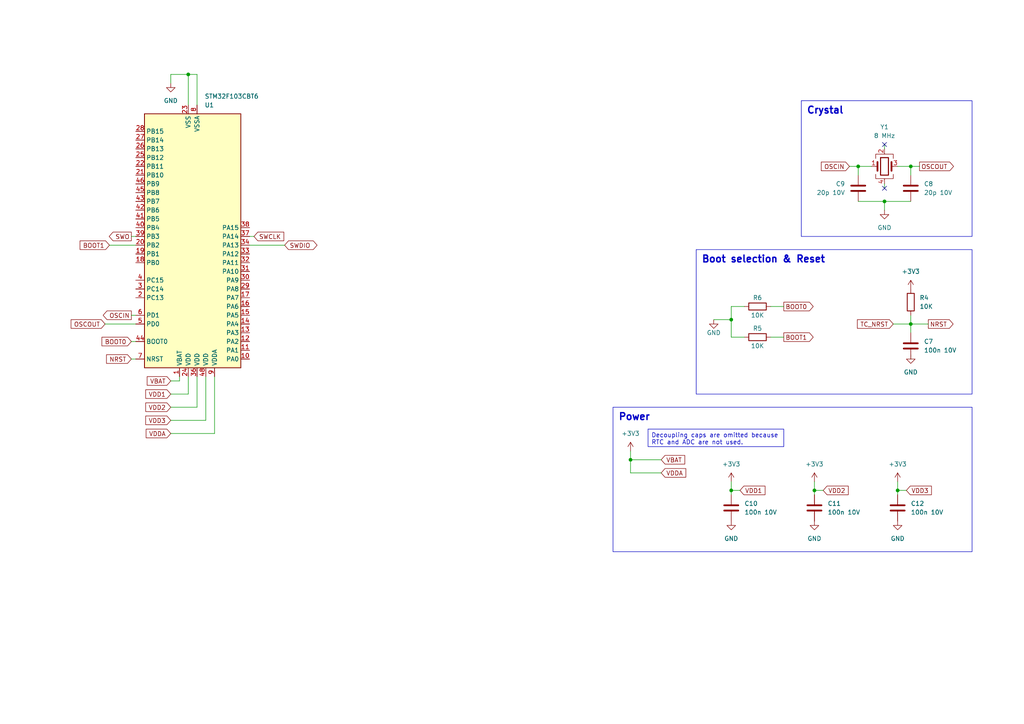
<source format=kicad_sch>
(kicad_sch (version 20230121) (generator eeschema)
  (paper "A4")
  (lib_symbols
    (symbol "Device:C" (pin_numbers hide) (pin_names (offset 0.254))
      (property "Reference" "C" (at 0.635 2.54 0))
      (property "Value" "C" (at 0.635 -2.54 0))
      (symbol "C_0_1"
        (polyline (pts (xy -2.032 -0.762) (xy 2.032 -0.762)) (stroke (width 0.508)))
        (polyline (pts (xy -2.032 0.762) (xy 2.032 0.762)) (stroke (width 0.508)))
      )
      (symbol "C_1_1"
        (pin passive line (at 0 3.81 270) (length 2.794) (name "~") (number "1"))
        (pin passive line (at 0 -3.81 90) (length 2.794) (name "~") (number "2"))
      )
    )
    (symbol "Device:Crystal_GND24" (pin_names (offset 1.016) hide)
      (property "Reference" "Y" (at 3.175 5.08 0))
      (property "Value" "Crystal_GND24" (at 3.175 3.175 0))
      (symbol "Crystal_GND24_0_1"
        (rectangle (start -1.143 2.54) (end 1.143 -2.54) (stroke (width 0.3048)))
        (polyline (pts (xy -2.54 0) (xy -2.032 0)))
        (polyline (pts (xy -2.032 -1.27) (xy -2.032 1.27)) (stroke (width 0.508)))
        (polyline (pts (xy 0 -3.81) (xy 0 -3.556)))
        (polyline (pts (xy 0 3.556) (xy 0 3.81)))
        (polyline (pts (xy 2.032 -1.27) (xy 2.032 1.27)) (stroke (width 0.508)))
        (polyline (pts (xy 2.032 0) (xy 2.54 0)))
        (polyline (pts (xy -2.54 -2.286) (xy -2.54 -3.556) (xy 2.54 -3.556) (xy 2.54 -2.286)))
        (polyline (pts (xy -2.54 2.286) (xy -2.54 3.556) (xy 2.54 3.556) (xy 2.54 2.286)))
      )
      (symbol "Crystal_GND24_1_1"
        (pin passive line (at -3.81 0 0) (length 1.27) (name "1") (number "1"))
        (pin passive line (at 0 5.08 270) (length 1.27) (name "2") (number "2"))
        (pin passive line (at 3.81 0 180) (length 1.27) (name "3") (number "3"))
        (pin passive line (at 0 -5.08 90) (length 1.27) (name "4") (number "4"))
      )
    )
    (symbol "Device:R" (pin_numbers hide) (pin_names (offset 0))
      (property "Reference" "R" (at 2.032 0 90))
      (property "Value" "R" (at 0 0 90))
      (symbol "R_0_1"
        (rectangle (start -1.016 -2.54) (end 1.016 2.54) (stroke (width 0.254)))
      )
      (symbol "R_1_1"
        (pin passive line (at 0 3.81 270) (length 1.27) (name "~") (number "1"))
        (pin passive line (at 0 -3.81 90) (length 1.27) (name "~") (number "2"))
      )
    )
    (symbol "MCU_ST_STM32F1:STM32F103CBTx"
      (property "Reference" "U" (at -12.7 39.37 0))
      (property "Value" "STM32F103CBTx" (at 10.16 39.37 0))
      (symbol "STM32F103CBTx_0_1"
        (rectangle (start -12.7 -35.56) (end 15.24 38.1) (stroke (width 0.254)) (fill (type background)))
      )
      (symbol "STM32F103CBTx_1_1"
        (pin power_in line (at -2.54 40.64 270) (length 2.54) (name "VBAT") (number "1"))
        (pin bidirectional line (at 17.78 35.56 180) (length 2.54) (name "PA0") (number "10"))
        (pin bidirectional line (at 17.78 33.02 180) (length 2.54) (name "PA1") (number "11"))
        (pin bidirectional line (at 17.78 30.48 180) (length 2.54) (name "PA2") (number "12"))
        (pin bidirectional line (at 17.78 27.94 180) (length 2.54) (name "PA3") (number "13"))
        (pin bidirectional line (at 17.78 25.4 180) (length 2.54) (name "PA4") (number "14"))
        (pin bidirectional line (at 17.78 22.86 180) (length 2.54) (name "PA5") (number "15"))
        (pin bidirectional line (at 17.78 20.32 180) (length 2.54) (name "PA6") (number "16"))
        (pin bidirectional line (at 17.78 17.78 180) (length 2.54) (name "PA7") (number "17"))
        (pin bidirectional line (at -15.24 7.62 0) (length 2.54) (name "PB0") (number "18"))
        (pin bidirectional line (at -15.24 5.08 0) (length 2.54) (name "PB1") (number "19"))
        (pin bidirectional line (at -15.24 17.78 0) (length 2.54) (name "PC13") (number "2"))
        (pin bidirectional line (at -15.24 2.54 0) (length 2.54) (name "PB2") (number "20"))
        (pin bidirectional line (at -15.24 -17.78 0) (length 2.54) (name "PB10") (number "21"))
        (pin bidirectional line (at -15.24 -20.32 0) (length 2.54) (name "PB11") (number "22"))
        (pin power_in line (at 0 -38.1 90) (length 2.54) (name "VSS") (number "23"))
        (pin power_in line (at 0 40.64 270) (length 2.54) (name "VDD") (number "24"))
        (pin bidirectional line (at -15.24 -22.86 0) (length 2.54) (name "PB12") (number "25"))
        (pin bidirectional line (at -15.24 -25.4 0) (length 2.54) (name "PB13") (number "26"))
        (pin bidirectional line (at -15.24 -27.94 0) (length 2.54) (name "PB14") (number "27"))
        (pin bidirectional line (at -15.24 -30.48 0) (length 2.54) (name "PB15") (number "28"))
        (pin bidirectional line (at 17.78 15.24 180) (length 2.54) (name "PA8") (number "29"))
        (pin bidirectional line (at -15.24 15.24 0) (length 2.54) (name "PC14") (number "3"))
        (pin bidirectional line (at 17.78 12.7 180) (length 2.54) (name "PA9") (number "30"))
        (pin bidirectional line (at 17.78 10.16 180) (length 2.54) (name "PA10") (number "31"))
        (pin bidirectional line (at 17.78 7.62 180) (length 2.54) (name "PA11") (number "32"))
        (pin bidirectional line (at 17.78 5.08 180) (length 2.54) (name "PA12") (number "33"))
        (pin bidirectional line (at 17.78 2.54 180) (length 2.54) (name "PA13") (number "34"))
        (pin passive line (at 0 -38.1 90) (length 2.54) hide (name "VSS") (number "35"))
        (pin power_in line (at 2.54 40.64 270) (length 2.54) (name "VDD") (number "36"))
        (pin bidirectional line (at 17.78 0 180) (length 2.54) (name "PA14") (number "37"))
        (pin bidirectional line (at 17.78 -2.54 180) (length 2.54) (name "PA15") (number "38"))
        (pin bidirectional line (at -15.24 0 0) (length 2.54) (name "PB3") (number "39"))
        (pin bidirectional line (at -15.24 12.7 0) (length 2.54) (name "PC15") (number "4"))
        (pin bidirectional line (at -15.24 -2.54 0) (length 2.54) (name "PB4") (number "40"))
        (pin bidirectional line (at -15.24 -5.08 0) (length 2.54) (name "PB5") (number "41"))
        (pin bidirectional line (at -15.24 -7.62 0) (length 2.54) (name "PB6") (number "42"))
        (pin bidirectional line (at -15.24 -10.16 0) (length 2.54) (name "PB7") (number "43"))
        (pin input line (at -15.24 30.48 0) (length 2.54) (name "BOOT0") (number "44"))
        (pin bidirectional line (at -15.24 -12.7 0) (length 2.54) (name "PB8") (number "45"))
        (pin bidirectional line (at -15.24 -15.24 0) (length 2.54) (name "PB9") (number "46"))
        (pin passive line (at 0 -38.1 90) (length 2.54) hide (name "VSS") (number "47"))
        (pin power_in line (at 5.08 40.64 270) (length 2.54) (name "VDD") (number "48"))
        (pin bidirectional line (at -15.24 25.4 0) (length 2.54) (name "PD0") (number "5"))
        (pin bidirectional line (at -15.24 22.86 0) (length 2.54) (name "PD1") (number "6"))
        (pin input line (at -15.24 35.56 0) (length 2.54) (name "NRST") (number "7"))
        (pin power_in line (at 2.54 -38.1 90) (length 2.54) (name "VSSA") (number "8"))
        (pin power_in line (at 7.62 40.64 270) (length 2.54) (name "VDDA") (number "9"))
      )
    )
    (symbol "power:+3V3" (power) (pin_names (offset 0))
      (property "Value" "+3V3" (at 0 3.556 0))
      (symbol "+3V3_0_1"
        (polyline (pts (xy -0.762 1.27) (xy 0 2.54)))
        (polyline (pts (xy 0 0) (xy 0 2.54)))
        (polyline (pts (xy 0 2.54) (xy 0.762 1.27)))
      )
      (symbol "+3V3_1_1"
        (pin power_in line (at 0 0 90) (length 0) hide (name "+3V3") (number "1"))
      )
    )
    (symbol "power:GND" (power) (pin_names (offset 0))
      (property "Value" "GND" (at 0 -3.81 0))
      (symbol "GND_0_1"
        (polyline (pts (xy 0 0) (xy 0 -1.27) (xy 1.27 -1.27) (xy 0 -2.54) (xy -1.27 -1.27) (xy 0 -1.27)))
      )
      (symbol "GND_1_1"
        (pin power_in line (at 0 0 270) (length 0) hide (name "GND") (number "1"))
      )
    )
  )
  (junction (at 212.09 92.71))
  (junction (at 260.35 142.24))
  (junction (at 264.16 48.26))
  (junction (at 248.92 48.26))
  (junction (at 256.54 58.42))
  (junction (at 236.22 142.24))
  (junction (at 54.61 21.59))
  (junction (at 212.09 142.24))
  (junction (at 264.16 93.98))
  (junction (at 182.88 133.35))
  (no_connect (at 256.54 54.61))
  (no_connect (at 256.54 41.91))
  (wire (pts (xy 54.61 109.22) (xy 54.61 114.3)))
  (wire (pts (xy 49.53 125.73) (xy 62.23 125.73)))
  (wire (pts (xy 264.16 48.26) (xy 264.16 50.8)))
  (wire (pts (xy 264.16 93.98) (xy 264.16 96.52)))
  (wire (pts (xy 248.92 58.42) (xy 256.54 58.42)))
  (wire (pts (xy 38.1 68.58) (xy 39.37 68.58)))
  (wire (pts (xy 223.52 97.79) (xy 227.33 97.79)))
  (wire (pts (xy 236.22 139.7) (xy 236.22 142.24)))
  (wire (pts (xy 212.09 143.51) (xy 212.09 142.24)))
  (wire (pts (xy 57.15 30.48) (xy 57.15 21.59)))
  (wire (pts (xy 49.53 121.92) (xy 59.69 121.92)))
  (wire (pts (xy 264.16 93.98) (xy 264.16 91.44)))
  (wire (pts (xy 57.15 21.59) (xy 54.61 21.59)))
  (wire (pts (xy 182.88 133.35) (xy 191.77 133.35)))
  (wire (pts (xy 38.1 91.44) (xy 39.37 91.44)))
  (wire (pts (xy 212.09 88.9) (xy 212.09 92.71)))
  (wire (pts (xy 260.35 143.51) (xy 260.35 142.24)))
  (wire (pts (xy 248.92 48.26) (xy 252.73 48.26)))
  (wire (pts (xy 54.61 114.3) (xy 49.53 114.3)))
  (wire (pts (xy 39.37 93.98) (xy 30.48 93.98)))
  (wire (pts (xy 62.23 125.73) (xy 62.23 109.22)))
  (wire (pts (xy 259.08 93.98) (xy 264.16 93.98)))
  (wire (pts (xy 260.35 139.7) (xy 260.35 142.24)))
  (wire (pts (xy 256.54 41.91) (xy 256.54 43.18)))
  (wire (pts (xy 236.22 142.24) (xy 238.76 142.24)))
  (wire (pts (xy 256.54 58.42) (xy 264.16 58.42)))
  (wire (pts (xy 246.38 48.26) (xy 248.92 48.26)))
  (wire (pts (xy 223.52 88.9) (xy 227.33 88.9)))
  (wire (pts (xy 212.09 92.71) (xy 212.09 97.79)))
  (wire (pts (xy 212.09 92.71) (xy 207.01 92.71)))
  (wire (pts (xy 49.53 118.11) (xy 57.15 118.11)))
  (wire (pts (xy 54.61 21.59) (xy 54.61 30.48)))
  (wire (pts (xy 264.16 104.14) (xy 264.16 102.87)))
  (wire (pts (xy 256.54 58.42) (xy 256.54 60.96)))
  (wire (pts (xy 49.53 110.49) (xy 52.07 110.49)))
  (wire (pts (xy 212.09 142.24) (xy 214.63 142.24)))
  (wire (pts (xy 212.09 139.7) (xy 212.09 142.24)))
  (wire (pts (xy 236.22 143.51) (xy 236.22 142.24)))
  (wire (pts (xy 182.88 133.35) (xy 182.88 130.81)))
  (wire (pts (xy 49.53 21.59) (xy 54.61 21.59)))
  (wire (pts (xy 215.9 88.9) (xy 212.09 88.9)))
  (wire (pts (xy 264.16 93.98) (xy 269.24 93.98)))
  (wire (pts (xy 256.54 54.61) (xy 256.54 53.34)))
  (wire (pts (xy 57.15 118.11) (xy 57.15 109.22)))
  (wire (pts (xy 38.1 99.06) (xy 39.37 99.06)))
  (wire (pts (xy 260.35 48.26) (xy 264.16 48.26)))
  (wire (pts (xy 260.35 142.24) (xy 262.89 142.24)))
  (wire (pts (xy 182.88 137.16) (xy 191.77 137.16)))
  (wire (pts (xy 73.66 68.58) (xy 72.39 68.58)))
  (wire (pts (xy 82.55 71.12) (xy 72.39 71.12)))
  (wire (pts (xy 49.53 21.59) (xy 49.53 24.13)))
  (wire (pts (xy 52.07 110.49) (xy 52.07 109.22)))
  (wire (pts (xy 264.16 48.26) (xy 266.7 48.26)))
  (wire (pts (xy 182.88 137.16) (xy 182.88 133.35)))
  (wire (pts (xy 215.9 97.79) (xy 212.09 97.79)))
  (wire (pts (xy 38.1 104.14) (xy 39.37 104.14)))
  (wire (pts (xy 248.92 48.26) (xy 248.92 50.8)))
  (wire (pts (xy 31.75 71.12) (xy 39.37 71.12)))
  (wire (pts (xy 59.69 121.92) (xy 59.69 109.22)))
  (text_box "Decoupling caps are omitted because RTC and ADC are not used." (at 187.96 124.46 0) (size 39.37 5.08) (effects (font (size 1.27 1.27)) (justify left top)))
  (text_box "Power" (at 177.8 118.11 0) (size 104.14 41.91) (effects (font (size 2 2) (thickness 0.4) bold) (justify left top)))
  (text_box "Boot selection & Reset" (at 201.93 72.39 0) (size 80.01 41.91) (effects (font (size 2 2) (thickness 0.4) bold) (justify left top)))
  (text_box "Crystal" (at 232.41 29.21 0) (size 49.53 39.37) (effects (font (size 2 2) (thickness 0.4) bold) (justify left top)))
  (global_label "VDD1" (shape input) (at 214.63 142.24 0) (property "Intersheetrefs" "${INTERSHEET_REFS}" (effects hide)))
  (global_label "VDD1" (shape input) (at 49.53 114.3 180) (property "Intersheetrefs" "${INTERSHEET_REFS}" (effects hide)))
  (global_label "VBAT" (shape input) (at 49.53 110.49 180) (property "Intersheetrefs" "${INTERSHEET_REFS}" (effects hide)))
  (global_label "TC_NRST" (shape input) (at 259.08 93.98 180) (property "Intersheetrefs" "${INTERSHEET_REFS}" (effects hide)))
  (global_label "VDD2" (shape input) (at 49.53 118.11 180) (property "Intersheetrefs" "${INTERSHEET_REFS}" (effects hide)))
  (global_label "SWCLK" (shape input) (at 73.66 68.58 0) (property "Intersheetrefs" "${INTERSHEET_REFS}" (effects hide)))
  (global_label "SWO" (shape output) (at 38.1 68.58 180) (property "Intersheetrefs" "${INTERSHEET_REFS}" (effects hide)))
  (global_label "OSCIN" (shape input) (at 246.38 48.26 180) (property "Intersheetrefs" "${INTERSHEET_REFS}" (effects hide)))
  (global_label "VDD3" (shape input) (at 49.53 121.92 180) (property "Intersheetrefs" "${INTERSHEET_REFS}" (effects hide)))
  (global_label "VDD2" (shape input) (at 238.76 142.24 0) (property "Intersheetrefs" "${INTERSHEET_REFS}" (effects hide)))
  (global_label "OSCOUT" (shape output) (at 266.7 48.26 0) (property "Intersheetrefs" "${INTERSHEET_REFS}" (effects hide)))
  (global_label "BOOT0" (shape output) (at 227.33 88.9 0) (property "Intersheetrefs" "${INTERSHEET_REFS}" (effects hide)))
  (global_label "VBAT" (shape input) (at 191.77 133.35 0) (property "Intersheetrefs" "${INTERSHEET_REFS}" (effects hide)))
  (global_label "VDDA" (shape input) (at 49.53 125.73 180) (property "Intersheetrefs" "${INTERSHEET_REFS}" (effects hide)))
  (global_label "VDDA" (shape input) (at 191.77 137.16 0) (property "Intersheetrefs" "${INTERSHEET_REFS}" (effects hide)))
  (global_label "SWDIO" (shape bidirectional) (at 82.55 71.12 0) (property "Intersheetrefs" "${INTERSHEET_REFS}" (effects hide)))
  (global_label "BOOT0" (shape input) (at 38.1 99.06 180) (property "Intersheetrefs" "${INTERSHEET_REFS}" (effects hide)))
  (global_label "OSCIN" (shape output) (at 38.1 91.44 180) (property "Intersheetrefs" "${INTERSHEET_REFS}" (effects hide)))
  (global_label "BOOT1" (shape input) (at 31.75 71.12 180) (property "Intersheetrefs" "${INTERSHEET_REFS}" (effects hide)))
  (global_label "NRST" (shape input) (at 38.1 104.14 180) (property "Intersheetrefs" "${INTERSHEET_REFS}" (effects hide)))
  (global_label "NRST" (shape output) (at 269.24 93.98 0) (property "Intersheetrefs" "${INTERSHEET_REFS}" (effects hide)))
  (global_label "OSCOUT" (shape input) (at 30.48 93.98 180) (property "Intersheetrefs" "${INTERSHEET_REFS}" (effects hide)))
  (global_label "VDD3" (shape input) (at 262.89 142.24 0) (property "Intersheetrefs" "${INTERSHEET_REFS}" (effects hide)))
  (global_label "BOOT1" (shape output) (at 227.33 97.79 0) (property "Intersheetrefs" "${INTERSHEET_REFS}" (effects hide)))
  (symbol (lib_id "power:GND") (at 212.09 151.13 0) (unit 1)
    (property "Reference" "#PWR017" (effects hide))
    (property "Value" "GND" (at 212.09 156.21 0))
  )
  (symbol (lib_id "power:GND") (at 207.01 92.71 0) (unit 1)
    (property "Reference" "#PWR013" (effects hide))
    (property "Value" "GND" (at 207.01 96.52 0))
  )
  (symbol (lib_id "power:GND") (at 49.53 24.13 0) (unit 1)
    (property "Reference" "#PWR022" (effects hide))
    (property "Value" "GND" (at 49.53 29.21 0))
  )
  (symbol (lib_id "power:+3V3") (at 212.09 139.7 0) (unit 1)
    (property "Reference" "#PWR016" (effects hide))
    (property "Value" "+3V3" (at 212.09 134.62 0))
  )
  (symbol (lib_id "power:+3V3") (at 236.22 139.7 0) (unit 1)
    (property "Reference" "#PWR018" (effects hide))
    (property "Value" "+3V3" (at 236.22 134.62 0))
  )
  (symbol (lib_id "Device:C") (at 248.92 54.61 0) (mirror y) (unit 1)
    (property "Reference" "C9" (at 245.11 53.34 0) (effects (justify left)))
    (property "Value" "20p 10V" (at 245.11 55.88 0) (effects (justify left)))
    (property "Footprint" "Capacitor_SMD:C_1206_3216Metric_Pad1.33x1.80mm_HandSolder" (effects hide))
  )
  (symbol (lib_id "power:+3V3") (at 260.35 139.7 0) (unit 1)
    (property "Reference" "#PWR020" (effects hide))
    (property "Value" "+3V3" (at 260.35 134.62 0))
  )
  (symbol (lib_id "power:GND") (at 260.35 151.13 0) (unit 1)
    (property "Reference" "#PWR021" (effects hide))
    (property "Value" "GND" (at 260.35 156.21 0))
  )
  (symbol (lib_id "power:GND") (at 236.22 151.13 0) (unit 1)
    (property "Reference" "#PWR019" (effects hide))
    (property "Value" "GND" (at 236.22 156.21 0))
  )
  (symbol (lib_id "Device:C") (at 264.16 54.61 0) (unit 1)
    (property "Reference" "C8" (at 267.97 53.34 0) (effects (justify left)))
    (property "Value" "20p 10V" (at 267.97 55.88 0) (effects (justify left)))
    (property "Footprint" "Capacitor_SMD:C_1206_3216Metric_Pad1.33x1.80mm_HandSolder" (effects hide))
  )
  (symbol (lib_id "power:GND") (at 256.54 60.96 0) (unit 1)
    (property "Reference" "#PWR023" (effects hide))
    (property "Value" "GND" (at 256.54 66.04 0))
  )
  (symbol (lib_id "Device:R") (at 219.71 88.9 90) (unit 1)
    (property "Reference" "R6" (at 219.71 86.36 90))
    (property "Value" "10K" (at 219.71 91.44 90))
    (property "Footprint" "Resistor_SMD:R_1206_3216Metric_Pad1.30x1.75mm_HandSolder" (effects hide))
  )
  (symbol (lib_id "Device:R") (at 219.71 97.79 90) (unit 1)
    (property "Reference" "R5" (at 219.71 95.25 90))
    (property "Value" "10K" (at 219.71 100.33 90))
    (property "Footprint" "Resistor_SMD:R_1206_3216Metric_Pad1.30x1.75mm_HandSolder" (effects hide))
  )
  (symbol (lib_id "Device:C") (at 236.22 147.32 0) (unit 1)
    (property "Reference" "C11" (at 240.03 146.05 0) (effects (justify left)))
    (property "Value" "100n 10V" (at 240.03 148.59 0) (effects (justify left)))
    (property "Footprint" "Capacitor_SMD:C_1206_3216Metric_Pad1.33x1.80mm_HandSolder" (effects hide))
  )
  (symbol (lib_id "power:+3V3") (at 182.88 130.81 0) (unit 1)
    (property "Reference" "#PWR014" (effects hide))
    (property "Value" "+3V3" (at 182.88 125.73 0))
  )
  (symbol (lib_id "Device:C") (at 212.09 147.32 0) (unit 1)
    (property "Reference" "C10" (at 215.9 146.05 0) (effects (justify left)))
    (property "Value" "100n 10V" (at 215.9 148.59 0) (effects (justify left)))
    (property "Footprint" "Capacitor_SMD:C_1206_3216Metric_Pad1.33x1.80mm_HandSolder" (effects hide))
  )
  (symbol (lib_id "MCU_ST_STM32F1:STM32F103CBTx") (at 54.61 68.58 0) (mirror x) (unit 1)
    (property "Reference" "U1" (at 59.3441 30.48 0) (effects (justify left)))
    (property "Value" "STM32F103CBT6" (at 59.3441 27.94 0) (effects (justify left)))
    (property "Footprint" "Package_QFP:LQFP-48_7x7mm_P0.5mm" (effects hide))
    (property "Datasheet" "https://www.st.com/resource/en/datasheet/stm32f103cb.pdf" (effects hide))
  )
  (symbol (lib_id "power:GND") (at 264.16 102.87 0) (unit 1)
    (property "Reference" "#PWR010" (effects hide))
    (property "Value" "GND" (at 264.16 107.95 0))
  )
  (symbol (lib_id "Device:Crystal_GND24") (at 256.54 48.26 0) (unit 1)
    (property "Reference" "Y1" (at 256.54 36.83 0))
    (property "Value" "8 MHz" (at 256.54 39.37 0))
    (property "Footprint" "Crystal:Crystal_SMD_7050-4Pin_7.0x5.0mm" (effects hide))
    (property "Chipdip" "https://www.chipdip.ru/product/smd-kse-7u08000mab143za3" (effects hide))
    (property "Model" "KSE-7U08000MAB143ZA3" (effects hide))
  )
  (symbol (lib_id "Device:C") (at 260.35 147.32 0) (unit 1)
    (property "Reference" "C12" (at 264.16 146.05 0) (effects (justify left)))
    (property "Value" "100n 10V" (at 264.16 148.59 0) (effects (justify left)))
    (property "Footprint" "Capacitor_SMD:C_1206_3216Metric_Pad1.33x1.80mm_HandSolder" (effects hide))
  )
  (symbol (lib_id "Device:R") (at 264.16 87.63 0) (unit 1)
    (property "Reference" "R4" (at 266.7 86.36 0) (effects (justify left)))
    (property "Value" "10K" (at 266.7 88.9 0) (effects (justify left)))
    (property "Footprint" "Resistor_SMD:R_1206_3216Metric_Pad1.30x1.75mm_HandSolder" (effects hide))
  )
  (symbol (lib_id "Device:C") (at 264.16 100.33 0) (unit 1)
    (property "Reference" "C7" (at 267.97 99.06 0) (effects (justify left)))
    (property "Value" "100n 10V" (at 267.97 101.6 0) (effects (justify left)))
    (property "Footprint" "Capacitor_SMD:C_1206_3216Metric_Pad1.33x1.80mm_HandSolder" (effects hide))
  )
  (symbol (lib_id "power:+3V3") (at 264.16 83.82 0) (unit 1)
    (property "Reference" "#PWR09" (effects hide))
    (property "Value" "+3V3" (at 264.16 78.74 0))
  )
)
</source>
